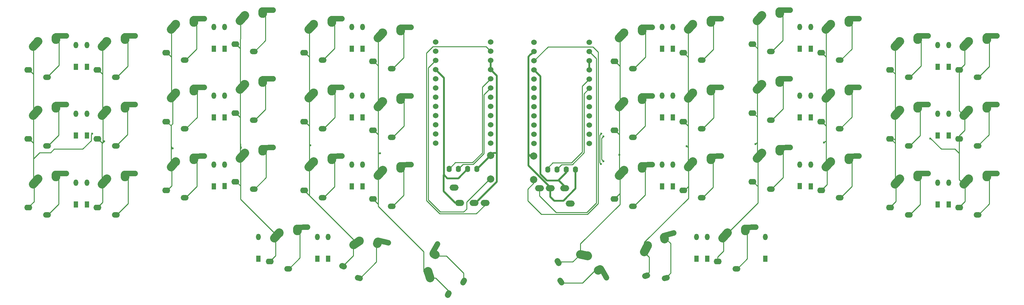
<source format=gtl>
G04 #@! TF.GenerationSoftware,KiCad,Pcbnew,5.1.5+dfsg1-2build2*
G04 #@! TF.CreationDate,2021-07-11T13:37:49+03:00*
G04 #@! TF.ProjectId,corne-light,636f726e-652d-46c6-9967-68742e6b6963,2.0*
G04 #@! TF.SameCoordinates,Original*
G04 #@! TF.FileFunction,Copper,L1,Top*
G04 #@! TF.FilePolarity,Positive*
%FSLAX46Y46*%
G04 Gerber Fmt 4.6, Leading zero omitted, Abs format (unit mm)*
G04 Created by KiCad (PCBNEW 5.1.5+dfsg1-2build2) date 2021-07-11 13:37:49*
%MOMM*%
%LPD*%
G04 APERTURE LIST*
%ADD10O,1.300000X1.778000*%
%ADD11R,1.300000X1.778000*%
%ADD12O,1.397000X1.778000*%
%ADD13O,2.500000X1.700000*%
%ADD14C,2.000000*%
%ADD15C,2.400000*%
%ADD16C,2.400000*%
%ADD17C,1.500000*%
%ADD18C,1.600000*%
%ADD19O,2.400000X2.950000*%
%ADD20O,2.200000X1.600000*%
%ADD21O,2.200000X1.500000*%
%ADD22C,1.524000*%
%ADD23C,0.600000*%
%ADD24C,0.254000*%
%ADD25C,0.250000*%
%ADD26C,0.508000*%
%ADD27C,0.500000*%
G04 APERTURE END LIST*
D10*
X30187500Y-80916875D03*
D11*
X30187500Y-86916875D03*
D10*
X33187500Y-80920000D03*
D11*
X33187500Y-86920000D03*
D10*
X270684847Y-80920432D03*
D11*
X270684847Y-86920432D03*
D10*
X109187500Y-56920000D03*
D11*
X109187500Y-62920000D03*
D10*
X191684847Y-56920432D03*
D11*
X191684847Y-62920432D03*
D10*
X194684847Y-56920432D03*
D11*
X194684847Y-62920432D03*
D10*
X229684847Y-56915432D03*
D11*
X229684847Y-62915432D03*
D10*
X232684847Y-56920432D03*
D11*
X232684847Y-62920432D03*
D10*
X267684847Y-61920432D03*
D11*
X267684847Y-67920432D03*
D10*
X270684847Y-61920432D03*
D11*
X270684847Y-67920432D03*
D10*
X191684847Y-37920432D03*
D11*
X191684847Y-43920432D03*
D10*
X194684847Y-37920432D03*
D11*
X194684847Y-43920432D03*
D10*
X229684847Y-37915432D03*
D11*
X229684847Y-43915432D03*
D10*
X232684847Y-37920432D03*
D11*
X232684847Y-43920432D03*
D10*
X267684847Y-42920432D03*
D11*
X267684847Y-48920432D03*
D10*
X270684847Y-42920432D03*
D11*
X270684847Y-48920432D03*
D10*
X201194847Y-95915432D03*
D11*
X201194847Y-101915432D03*
D10*
X204194847Y-95915432D03*
D11*
X204194847Y-101915432D03*
D10*
X220184847Y-95930432D03*
D11*
X220184847Y-101930432D03*
D10*
X191684847Y-75920432D03*
D11*
X191684847Y-81920432D03*
D10*
X194684847Y-75920432D03*
D11*
X194684847Y-81920432D03*
D10*
X229684847Y-75915432D03*
D11*
X229684847Y-81915432D03*
D10*
X232684847Y-75920432D03*
D11*
X232684847Y-81920432D03*
D10*
X267684847Y-80920432D03*
D11*
X267684847Y-86920432D03*
D10*
X30187500Y-42916875D03*
D11*
X30187500Y-48916875D03*
D10*
X33187500Y-42920000D03*
D11*
X33187500Y-48920000D03*
D10*
X68187500Y-37920000D03*
D11*
X68187500Y-43920000D03*
D10*
X71187500Y-37915000D03*
D11*
X71187500Y-43915000D03*
D10*
X106187500Y-37920000D03*
D11*
X106187500Y-43920000D03*
D10*
X109187500Y-37920000D03*
D11*
X109187500Y-43920000D03*
D10*
X30187500Y-61916875D03*
D11*
X30187500Y-67916875D03*
D10*
X33187500Y-61920000D03*
D11*
X33187500Y-67920000D03*
D10*
X68187500Y-56920000D03*
D11*
X68187500Y-62920000D03*
D10*
X71187500Y-56915000D03*
D11*
X71187500Y-62915000D03*
D10*
X106187500Y-56920000D03*
D11*
X106187500Y-62920000D03*
D10*
X68187500Y-75920000D03*
D11*
X68187500Y-81920000D03*
D10*
X71187500Y-75915000D03*
D11*
X71187500Y-81915000D03*
D10*
X106187500Y-75920000D03*
D11*
X106187500Y-81920000D03*
D10*
X109187500Y-75920000D03*
D11*
X109187500Y-81920000D03*
D10*
X80507500Y-95910000D03*
D11*
X80507500Y-101910000D03*
D10*
X96687500Y-95905000D03*
D11*
X96687500Y-101905000D03*
D10*
X99687500Y-95905000D03*
D11*
X99687500Y-101905000D03*
D12*
X167877500Y-77310000D03*
X165337500Y-77310000D03*
X162797500Y-77310000D03*
X160257500Y-77310000D03*
X140648500Y-77168000D03*
X138108500Y-77168000D03*
X135568500Y-77168000D03*
X133028500Y-77168000D03*
D13*
X166407847Y-86665432D03*
X164907847Y-82465432D03*
X160907847Y-82465432D03*
X157907847Y-82465432D03*
X134414500Y-82332000D03*
X135914500Y-86532000D03*
X139914500Y-86532000D03*
X142914500Y-86532000D03*
D14*
X156374847Y-73567432D03*
X156374847Y-80067432D03*
X144504500Y-73421000D03*
X144504500Y-79921000D03*
D15*
X171199508Y-101145359D02*
X169243212Y-100729535D01*
X174579926Y-104922996D02*
X174103612Y-105197996D01*
D16*
X171148949Y-101130368D03*
D17*
X174947065Y-104653405D02*
X176418927Y-107152129D01*
D18*
X162857348Y-102568894D02*
X163157348Y-103088510D01*
D17*
X163650297Y-107942323D02*
X164000297Y-108548541D01*
D15*
X127211101Y-105408783D02*
X127829135Y-107310897D01*
X128792421Y-100592436D02*
X129268735Y-100867436D01*
D16*
X127223398Y-105460064D03*
D17*
X128375379Y-100409280D02*
X129803407Y-97885248D01*
D18*
X132614999Y-111921538D02*
X132914999Y-111401922D01*
D17*
X136872050Y-108548109D02*
X137222050Y-107941891D01*
D15*
X114725762Y-77508710D02*
X113387500Y-78995000D01*
D19*
X119687500Y-76745000D03*
D16*
X114687500Y-77545000D03*
D17*
X119637597Y-76017252D02*
X122537487Y-75991946D01*
D20*
X112087500Y-85445000D03*
D21*
X117187500Y-87445000D03*
D15*
X200223109Y-56134142D02*
X198884847Y-57620432D01*
D19*
X205184847Y-55370432D03*
D16*
X200184847Y-56170432D03*
D17*
X205134944Y-54642684D02*
X208034834Y-54617378D01*
D20*
X197584847Y-64070432D03*
D21*
X202684847Y-66070432D03*
D15*
X95725762Y-56133710D02*
X94387500Y-57620000D01*
D19*
X100687500Y-55370000D03*
D16*
X95687500Y-56170000D03*
D17*
X100637597Y-54642252D02*
X103537487Y-54616946D01*
D20*
X93087500Y-64070000D03*
D21*
X98187500Y-66070000D03*
D15*
X181223109Y-58509142D02*
X179884847Y-59995432D01*
D19*
X186184847Y-57745432D03*
D16*
X181184847Y-58545432D03*
D17*
X186134944Y-57017684D02*
X189034834Y-56992378D01*
D20*
X178584847Y-66445432D03*
D21*
X183684847Y-68445432D03*
D15*
X187762320Y-98283820D02*
X186854340Y-100065834D01*
X192286155Y-95996310D02*
X192428505Y-96527570D01*
D16*
X187734756Y-98328776D03*
D17*
X192120773Y-95571906D02*
X194915301Y-94796914D01*
D18*
X186978242Y-106710166D02*
X187557798Y-106554874D01*
D17*
X192373805Y-107334981D02*
X193049953Y-107153807D01*
D15*
X38725762Y-60883710D02*
X37387500Y-62370000D01*
D19*
X43687500Y-60120000D03*
D16*
X38687500Y-60920000D03*
D17*
X43637597Y-59392252D02*
X46537487Y-59366946D01*
D20*
X36087500Y-68820000D03*
D21*
X41187500Y-70820000D03*
D15*
X19725762Y-60883710D02*
X18387500Y-62370000D01*
D19*
X24687500Y-60120000D03*
D16*
X19687500Y-60920000D03*
D17*
X24637597Y-59392252D02*
X27537487Y-59366946D01*
D20*
X17087500Y-68820000D03*
D21*
X22187500Y-70820000D03*
D15*
X19725762Y-41883710D02*
X18387500Y-43370000D01*
D19*
X24687500Y-41120000D03*
D16*
X19687500Y-41920000D03*
D17*
X24637597Y-40392252D02*
X27537487Y-40366946D01*
D20*
X17087500Y-49820000D03*
D21*
X22187500Y-51820000D03*
D15*
X38725762Y-41883710D02*
X37387500Y-43370000D01*
D19*
X43687500Y-41120000D03*
D16*
X38687500Y-41920000D03*
D17*
X43637597Y-40392252D02*
X46537487Y-40366946D01*
D20*
X36087500Y-49820000D03*
D21*
X41187500Y-51820000D03*
D15*
X219223109Y-72759142D02*
X217884847Y-74245432D01*
D19*
X224184847Y-71995432D03*
D16*
X219184847Y-72795432D03*
D17*
X224134944Y-71267684D02*
X227034834Y-71242378D01*
D20*
X216584847Y-80695432D03*
D21*
X221684847Y-82695432D03*
D15*
X57725762Y-56133710D02*
X56387500Y-57620000D01*
D19*
X62687500Y-55370000D03*
D16*
X57687500Y-56170000D03*
D17*
X62637597Y-54642252D02*
X65537487Y-54616946D01*
D20*
X55087500Y-64070000D03*
D21*
X60187500Y-66070000D03*
D15*
X200223109Y-37134142D02*
X198884847Y-38620432D01*
D19*
X205184847Y-36370432D03*
D16*
X200184847Y-37170432D03*
D17*
X205134944Y-35642684D02*
X208034834Y-35617378D01*
D20*
X197584847Y-45070432D03*
D21*
X202684847Y-47070432D03*
D15*
X57725762Y-37133710D02*
X56387500Y-38620000D01*
D19*
X62687500Y-36370000D03*
D16*
X57687500Y-37170000D03*
D17*
X62637597Y-35642252D02*
X65537487Y-35616946D01*
D20*
X55087500Y-45070000D03*
D21*
X60187500Y-47070000D03*
D15*
X38725762Y-79883710D02*
X37387500Y-81370000D01*
D19*
X43687500Y-79120000D03*
D16*
X38687500Y-79920000D03*
D17*
X43637597Y-78392252D02*
X46537487Y-78366946D01*
D20*
X36087500Y-87820000D03*
D21*
X41187500Y-89820000D03*
D15*
X181223109Y-39509142D02*
X179884847Y-40995432D01*
D19*
X186184847Y-38745432D03*
D16*
X181184847Y-39545432D03*
D17*
X186134944Y-38017684D02*
X189034834Y-37992378D01*
D20*
X178584847Y-47445432D03*
D21*
X183684847Y-49445432D03*
D15*
X114725762Y-58508710D02*
X113387500Y-59995000D01*
D19*
X119687500Y-57745000D03*
D16*
X114687500Y-58545000D03*
D17*
X119637597Y-57017252D02*
X122537487Y-56991946D01*
D20*
X112087500Y-66445000D03*
D21*
X117187500Y-68445000D03*
D15*
X108354312Y-97009099D02*
X106676970Y-98098377D01*
X113415821Y-97289974D02*
X113273471Y-97821234D01*
D16*
X108307962Y-97034249D03*
D17*
X113484799Y-96839738D02*
X116292427Y-97565840D01*
D18*
X103462106Y-103914488D02*
X104041662Y-104069780D01*
D17*
X107822394Y-107153375D02*
X108498542Y-107334549D01*
D15*
X76725762Y-53758710D02*
X75387500Y-55245000D01*
D19*
X81687500Y-52995000D03*
D16*
X76687500Y-53795000D03*
D17*
X81637597Y-52267252D02*
X84537487Y-52241946D01*
D20*
X74087500Y-61695000D03*
D21*
X79187500Y-63695000D03*
D15*
X57725762Y-75133710D02*
X56387500Y-76620000D01*
D19*
X62687500Y-74370000D03*
D16*
X57687500Y-75170000D03*
D17*
X62637597Y-73642252D02*
X65537487Y-73616946D01*
D20*
X55087500Y-83070000D03*
D21*
X60187500Y-85070000D03*
D15*
X76725762Y-72758710D02*
X75387500Y-74245000D01*
D19*
X81687500Y-71995000D03*
D16*
X76687500Y-72795000D03*
D17*
X81637597Y-71267252D02*
X84537487Y-71241946D01*
D20*
X74087500Y-80695000D03*
D21*
X79187500Y-82695000D03*
D15*
X95725762Y-75133710D02*
X94387500Y-76620000D01*
D19*
X100687500Y-74370000D03*
D16*
X95687500Y-75170000D03*
D17*
X100637597Y-73642252D02*
X103537487Y-73616946D01*
D20*
X93087500Y-83070000D03*
D21*
X98187500Y-85070000D03*
D15*
X86225762Y-94758710D02*
X84887500Y-96245000D01*
D19*
X91187500Y-93995000D03*
D16*
X86187500Y-94795000D03*
D17*
X91137597Y-93267252D02*
X94037487Y-93241946D01*
D20*
X83587500Y-102695000D03*
D21*
X88687500Y-104695000D03*
D15*
X19725762Y-79883710D02*
X18387500Y-81370000D01*
D19*
X24687500Y-79120000D03*
D16*
X19687500Y-79920000D03*
D17*
X24637597Y-78392252D02*
X27537487Y-78366946D01*
D20*
X17087500Y-87820000D03*
D21*
X22187500Y-89820000D03*
D15*
X181223109Y-77509142D02*
X179884847Y-78995432D01*
D19*
X186184847Y-76745432D03*
D16*
X181184847Y-77545432D03*
D17*
X186134944Y-76017684D02*
X189034834Y-75992378D01*
D20*
X178584847Y-85445432D03*
D21*
X183684847Y-87445432D03*
D15*
X276223109Y-60884142D02*
X274884847Y-62370432D01*
D19*
X281184847Y-60120432D03*
D16*
X276184847Y-60920432D03*
D17*
X281134944Y-59392684D02*
X284034834Y-59367378D01*
D20*
X273584847Y-68820432D03*
D21*
X278684847Y-70820432D03*
D15*
X257223109Y-41884142D02*
X255884847Y-43370432D01*
D19*
X262184847Y-41120432D03*
D16*
X257184847Y-41920432D03*
D17*
X262134944Y-40392684D02*
X265034834Y-40367378D01*
D20*
X254584847Y-49820432D03*
D21*
X259684847Y-51820432D03*
D15*
X209723109Y-94759142D02*
X208384847Y-96245432D01*
D19*
X214684847Y-93995432D03*
D16*
X209684847Y-94795432D03*
D17*
X214634944Y-93267684D02*
X217534834Y-93242378D01*
D20*
X207084847Y-102695432D03*
D21*
X212184847Y-104695432D03*
D15*
X200223109Y-75134142D02*
X198884847Y-76620432D01*
D19*
X205184847Y-74370432D03*
D16*
X200184847Y-75170432D03*
D17*
X205134944Y-73642684D02*
X208034834Y-73617378D01*
D20*
X197584847Y-83070432D03*
D21*
X202684847Y-85070432D03*
D15*
X238223109Y-75134142D02*
X236884847Y-76620432D01*
D19*
X243184847Y-74370432D03*
D16*
X238184847Y-75170432D03*
D17*
X243134944Y-73642684D02*
X246034834Y-73617378D01*
D20*
X235584847Y-83070432D03*
D21*
X240684847Y-85070432D03*
D15*
X257223109Y-79884142D02*
X255884847Y-81370432D01*
D19*
X262184847Y-79120432D03*
D16*
X257184847Y-79920432D03*
D17*
X262134944Y-78392684D02*
X265034834Y-78367378D01*
D20*
X254584847Y-87820432D03*
D21*
X259684847Y-89820432D03*
D15*
X276223109Y-79884142D02*
X274884847Y-81370432D01*
D19*
X281184847Y-79120432D03*
D16*
X276184847Y-79920432D03*
D17*
X281134944Y-78392684D02*
X284034834Y-78367378D01*
D20*
X273584847Y-87820432D03*
D21*
X278684847Y-89820432D03*
D15*
X219223109Y-53759142D02*
X217884847Y-55245432D01*
D19*
X224184847Y-52995432D03*
D16*
X219184847Y-53795432D03*
D17*
X224134944Y-52267684D02*
X227034834Y-52242378D01*
D20*
X216584847Y-61695432D03*
D21*
X221684847Y-63695432D03*
D15*
X238223109Y-56134142D02*
X236884847Y-57620432D01*
D19*
X243184847Y-55370432D03*
D16*
X238184847Y-56170432D03*
D17*
X243134944Y-54642684D02*
X246034834Y-54617378D01*
D20*
X235584847Y-64070432D03*
D21*
X240684847Y-66070432D03*
D15*
X257223109Y-60884142D02*
X255884847Y-62370432D01*
D19*
X262184847Y-60120432D03*
D16*
X257184847Y-60920432D03*
D17*
X262134944Y-59392684D02*
X265034834Y-59367378D01*
D20*
X254584847Y-68820432D03*
D21*
X259684847Y-70820432D03*
D15*
X219223109Y-34759142D02*
X217884847Y-36245432D01*
D19*
X224184847Y-33995432D03*
D16*
X219184847Y-34795432D03*
D17*
X224134944Y-33267684D02*
X227034834Y-33242378D01*
D20*
X216584847Y-42695432D03*
D21*
X221684847Y-44695432D03*
D15*
X238223109Y-37134142D02*
X236884847Y-38620432D01*
D19*
X243184847Y-36370432D03*
D16*
X238184847Y-37170432D03*
D17*
X243134944Y-35642684D02*
X246034834Y-35617378D01*
D20*
X235584847Y-45070432D03*
D21*
X240684847Y-47070432D03*
D15*
X276223109Y-41884142D02*
X274884847Y-43370432D01*
D19*
X281184847Y-41120432D03*
D16*
X276184847Y-41920432D03*
D17*
X281134944Y-40392684D02*
X284034834Y-40367378D01*
D20*
X273584847Y-49820432D03*
D21*
X278684847Y-51820432D03*
D15*
X76725762Y-34758710D02*
X75387500Y-36245000D01*
D19*
X81687500Y-33995000D03*
D16*
X76687500Y-34795000D03*
D17*
X81637597Y-33267252D02*
X84537487Y-33241946D01*
D20*
X74087500Y-42695000D03*
D21*
X79187500Y-44695000D03*
D15*
X95725762Y-37133710D02*
X94387500Y-38620000D01*
D19*
X100687500Y-36370000D03*
D16*
X95687500Y-37170000D03*
D17*
X100637597Y-35642252D02*
X103537487Y-35616946D01*
D20*
X93087500Y-45070000D03*
D21*
X98187500Y-47070000D03*
D15*
X114725762Y-39508710D02*
X113387500Y-40995000D01*
D19*
X119687500Y-38745000D03*
D16*
X114687500Y-39545000D03*
D17*
X119637597Y-38017252D02*
X122537487Y-37991946D01*
D20*
X112087500Y-47445000D03*
D21*
X117187500Y-49445000D03*
D22*
X156454247Y-42208432D03*
X156454247Y-44748432D03*
X156454247Y-47288432D03*
X156454247Y-49828432D03*
X156454247Y-52368432D03*
X156454247Y-54908432D03*
X156454247Y-57448432D03*
X156454247Y-59988432D03*
X156454247Y-62528432D03*
X156454247Y-65068432D03*
X156454247Y-67608432D03*
X156454247Y-70148432D03*
X171674247Y-70148432D03*
X171674247Y-67608432D03*
X171674247Y-65068432D03*
X171674247Y-62528432D03*
X171674247Y-59988432D03*
X171674247Y-57448432D03*
X171674247Y-54908432D03*
X171674247Y-52368432D03*
X171674247Y-49828432D03*
X171674247Y-47288432D03*
X171674247Y-44748432D03*
X171674247Y-42208432D03*
X129283900Y-42082000D03*
X129283900Y-44622000D03*
X129283900Y-47162000D03*
X129283900Y-49702000D03*
X129283900Y-52242000D03*
X129283900Y-54782000D03*
X129283900Y-57322000D03*
X129283900Y-59862000D03*
X129283900Y-62402000D03*
X129283900Y-64942000D03*
X129283900Y-67482000D03*
X129283900Y-70022000D03*
X144503900Y-70022000D03*
X144503900Y-67482000D03*
X144503900Y-64942000D03*
X144503900Y-62402000D03*
X144503900Y-59862000D03*
X144503900Y-57322000D03*
X144503900Y-54782000D03*
X144503900Y-52242000D03*
X144503900Y-49702000D03*
X144503900Y-47162000D03*
X144503900Y-44622000D03*
X144503900Y-42082000D03*
D23*
X34697500Y-67410000D03*
X37984500Y-69494000D03*
X56884500Y-71461010D03*
X75637500Y-71190000D03*
X94797500Y-70620000D03*
X113984500Y-72835062D03*
X175514847Y-75010432D03*
X175514847Y-68200433D03*
X174894847Y-75770432D03*
X174964847Y-67370432D03*
X265644847Y-68717442D03*
X236382717Y-69847442D03*
X217444847Y-70301453D03*
X198523797Y-70834414D03*
X179944847Y-73240420D03*
D24*
X24727500Y-40840000D02*
X25055750Y-41168250D01*
D25*
X22187500Y-51791000D02*
X22187500Y-51820000D01*
X25494500Y-48484000D02*
X22187500Y-51791000D01*
X25494500Y-41607000D02*
X25494500Y-48484000D01*
X24727500Y-40840000D02*
X25494500Y-41607000D01*
D24*
X44055750Y-41168250D02*
X43727500Y-40840000D01*
D25*
X41437500Y-51820000D02*
X41187500Y-51820000D01*
X44494500Y-41607000D02*
X44494500Y-48763000D01*
X44494500Y-48763000D02*
X41437500Y-51820000D01*
X43727500Y-40840000D02*
X44494500Y-41607000D01*
D24*
X62727500Y-36090000D02*
X63055750Y-36418250D01*
D25*
X60437500Y-47070000D02*
X60187500Y-47070000D01*
X63464500Y-44043000D02*
X60437500Y-47070000D01*
X63464500Y-36827000D02*
X63464500Y-44043000D01*
X62727500Y-36090000D02*
X63464500Y-36827000D01*
D24*
X81727500Y-33715000D02*
X82055750Y-34043250D01*
D25*
X79437500Y-44695000D02*
X79187500Y-44695000D01*
X82454500Y-41678000D02*
X79437500Y-44695000D01*
X82454500Y-34442000D02*
X82454500Y-41678000D01*
X81727500Y-33715000D02*
X82454500Y-34442000D01*
D24*
X100727500Y-36090000D02*
X101055750Y-36418250D01*
D25*
X101484500Y-43834000D02*
X98248500Y-47070000D01*
X98248500Y-47070000D02*
X98187500Y-47070000D01*
X101484500Y-36847000D02*
X101484500Y-43834000D01*
X100727500Y-36090000D02*
X101484500Y-36847000D01*
D24*
X119727500Y-38465000D02*
X120055750Y-38793250D01*
D25*
X117437500Y-49445000D02*
X117187500Y-49445000D01*
X120484500Y-46398000D02*
X117437500Y-49445000D01*
X120484500Y-39222000D02*
X120484500Y-46398000D01*
X119727500Y-38465000D02*
X120484500Y-39222000D01*
D24*
X25055750Y-60168250D02*
X24727500Y-59840000D01*
D25*
X22437500Y-70820000D02*
X22187500Y-70820000D01*
X25464500Y-67793000D02*
X22437500Y-70820000D01*
X25464500Y-60577000D02*
X25464500Y-67793000D01*
X24727500Y-59840000D02*
X25464500Y-60577000D01*
D24*
X43727500Y-59840000D02*
X44055750Y-60168250D01*
D25*
X41298500Y-70820000D02*
X41187500Y-70820000D01*
X44444500Y-67674000D02*
X41298500Y-70820000D01*
X44444500Y-60557000D02*
X44444500Y-67674000D01*
X43727500Y-59840000D02*
X44444500Y-60557000D01*
D24*
X62727500Y-55090000D02*
X63055750Y-55418250D01*
D25*
X60437500Y-66070000D02*
X60187500Y-66070000D01*
X63604500Y-62903000D02*
X60437500Y-66070000D01*
X63604500Y-55967000D02*
X63604500Y-62903000D01*
X62727500Y-55090000D02*
X63604500Y-55967000D01*
D24*
X81727500Y-52715000D02*
X82055750Y-53043250D01*
D25*
X82444500Y-60688000D02*
X79437500Y-63695000D01*
X79437500Y-63695000D02*
X79187500Y-63695000D01*
X82444500Y-53432000D02*
X82444500Y-60688000D01*
X81727500Y-52715000D02*
X82444500Y-53432000D01*
D24*
X100727500Y-55090000D02*
X101055750Y-55418250D01*
D25*
X98437500Y-66070000D02*
X98187500Y-66070000D01*
X101564500Y-62943000D02*
X98437500Y-66070000D01*
X101564500Y-55927000D02*
X101564500Y-62943000D01*
X100727500Y-55090000D02*
X101564500Y-55927000D01*
D24*
X119727500Y-57465000D02*
X120055750Y-57793250D01*
D25*
X117437500Y-68445000D02*
X117187500Y-68445000D01*
X120604500Y-65278000D02*
X117437500Y-68445000D01*
X120604500Y-58342000D02*
X120604500Y-65278000D01*
X119727500Y-57465000D02*
X120604500Y-58342000D01*
D24*
X24727500Y-78840000D02*
X25055750Y-79168250D01*
D25*
X22437500Y-89820000D02*
X22187500Y-89820000D01*
X25424500Y-86833000D02*
X22437500Y-89820000D01*
X25424500Y-79537000D02*
X25424500Y-86833000D01*
X24727500Y-78840000D02*
X25424500Y-79537000D01*
D24*
X43727500Y-78840000D02*
X44055750Y-79168250D01*
D25*
X41437500Y-89820000D02*
X41187500Y-89820000D01*
X44534500Y-86723000D02*
X41437500Y-89820000D01*
X44534500Y-79647000D02*
X44534500Y-86723000D01*
X43727500Y-78840000D02*
X44534500Y-79647000D01*
D24*
X62727500Y-74090000D02*
X63055750Y-74418250D01*
D25*
X60437500Y-85070000D02*
X60187500Y-85070000D01*
X63534500Y-81973000D02*
X60437500Y-85070000D01*
X63534500Y-74897000D02*
X63534500Y-81973000D01*
X62727500Y-74090000D02*
X63534500Y-74897000D01*
D24*
X81727500Y-71715000D02*
X82055750Y-72043250D01*
D25*
X79437500Y-82695000D02*
X79187500Y-82695000D01*
X82584500Y-79548000D02*
X79437500Y-82695000D01*
X82584500Y-72572000D02*
X82584500Y-79548000D01*
X81727500Y-71715000D02*
X82584500Y-72572000D01*
D24*
X100727500Y-74090000D02*
X101055750Y-74418250D01*
D25*
X98437500Y-85070000D02*
X98187500Y-85070000D01*
X101484500Y-82023000D02*
X98437500Y-85070000D01*
X101484500Y-74847000D02*
X101484500Y-82023000D01*
X100727500Y-74090000D02*
X101484500Y-74847000D01*
D24*
X119727500Y-76465000D02*
X120055750Y-76793250D01*
D25*
X117437500Y-87445000D02*
X117187500Y-87445000D01*
X120494500Y-77232000D02*
X120494500Y-84388000D01*
X120494500Y-84388000D02*
X117437500Y-87445000D01*
X119727500Y-76465000D02*
X120494500Y-77232000D01*
D24*
X91227500Y-93715000D02*
X91555750Y-94043250D01*
D25*
X91914500Y-101718000D02*
X88937500Y-104695000D01*
X88937500Y-104695000D02*
X88687500Y-104695000D01*
X91914500Y-94402000D02*
X91914500Y-101718000D01*
X91227500Y-93715000D02*
X91914500Y-94402000D01*
X108584538Y-107243962D02*
X108160468Y-107243962D01*
X113004500Y-102824000D02*
X108584538Y-107243962D01*
X113004500Y-97746749D02*
X113004500Y-102824000D01*
X113455752Y-97295497D02*
X113004500Y-97746749D01*
X137047050Y-105926550D02*
X137047050Y-108245000D01*
X132284500Y-101164000D02*
X137047050Y-105926550D01*
X129416796Y-101164000D02*
X132284500Y-101164000D01*
X128808091Y-100555295D02*
X129416796Y-101164000D01*
D26*
X144503900Y-47162000D02*
X144503900Y-49702000D01*
X146214500Y-51412600D02*
X146214500Y-72711000D01*
X144503900Y-49702000D02*
X146214500Y-51412600D01*
X140757500Y-77168000D02*
X140648500Y-77168000D01*
X144504500Y-73421000D02*
X140757500Y-77168000D01*
X145214500Y-72711000D02*
X144504500Y-73421000D01*
X146214500Y-72711000D02*
X145214500Y-72711000D01*
X140382500Y-86532000D02*
X140648500Y-86798000D01*
X140336500Y-86532000D02*
X140382500Y-86532000D01*
X146214500Y-80654000D02*
X140336500Y-86532000D01*
X146214500Y-72711000D02*
X146214500Y-80654000D01*
X130499901Y-50918001D02*
X130548501Y-50918001D01*
X129283900Y-49702000D02*
X130499901Y-50918001D01*
X130548501Y-50918001D02*
X131584500Y-51954000D01*
X131584500Y-51954000D02*
X131584500Y-78754000D01*
X135552500Y-79724000D02*
X138108500Y-77168000D01*
X132554500Y-79724000D02*
X135552500Y-79724000D01*
X131584500Y-78754000D02*
X132554500Y-79724000D01*
X131544500Y-78794000D02*
X131584500Y-78754000D01*
X131544500Y-83314000D02*
X131544500Y-78794000D01*
X134762500Y-86532000D02*
X131544500Y-83314000D01*
X135914500Y-86532000D02*
X134762500Y-86532000D01*
D24*
X18377500Y-81380000D02*
X18524500Y-81527000D01*
X18524500Y-62233000D02*
X18377500Y-62380000D01*
X18377500Y-43380000D02*
X18524500Y-43527000D01*
X18534500Y-72474000D02*
X18534500Y-68844000D01*
X18534500Y-81223000D02*
X18377500Y-81380000D01*
X18377500Y-62380000D02*
X18534500Y-62537000D01*
D25*
X17330500Y-49820000D02*
X18524500Y-51014000D01*
X17087500Y-49820000D02*
X17330500Y-49820000D01*
D24*
X18524500Y-51014000D02*
X18524500Y-62233000D01*
X18524500Y-43527000D02*
X18524500Y-51014000D01*
D25*
X17330500Y-68820000D02*
X18534500Y-70024000D01*
X17087500Y-68820000D02*
X17330500Y-68820000D01*
D24*
X18534500Y-70024000D02*
X18534500Y-81223000D01*
X18534500Y-62537000D02*
X18534500Y-70024000D01*
D25*
X18674500Y-81677000D02*
X18377500Y-81380000D01*
X18674500Y-86174000D02*
X18674500Y-81677000D01*
X17087500Y-87761000D02*
X18674500Y-86174000D01*
X17087500Y-87820000D02*
X17087500Y-87761000D01*
X18534500Y-74323000D02*
X18534500Y-74372000D01*
X24197500Y-71660000D02*
X23197500Y-72660000D01*
X23197500Y-72660000D02*
X20197500Y-72660000D01*
X34397501Y-69334999D02*
X32072500Y-71660000D01*
X34397501Y-67709999D02*
X34397501Y-69334999D01*
X20197500Y-72660000D02*
X18534500Y-74323000D01*
X32072500Y-71660000D02*
X24197500Y-71660000D01*
X34697500Y-67410000D02*
X34397501Y-67709999D01*
D24*
X37377500Y-81380000D02*
X37524500Y-81527000D01*
X37524500Y-62233000D02*
X37377500Y-62380000D01*
X37377500Y-43380000D02*
X37524500Y-43527000D01*
X37384500Y-81373000D02*
X37384500Y-73094000D01*
X37377500Y-81380000D02*
X37384500Y-81373000D01*
X37384500Y-73094000D02*
X37384500Y-70094000D01*
X37384500Y-70094000D02*
X37684501Y-69793999D01*
X37684501Y-69793999D02*
X37984500Y-69494000D01*
D25*
X36280500Y-68820000D02*
X37384500Y-69924000D01*
X36087500Y-68820000D02*
X36280500Y-68820000D01*
D24*
X37384500Y-69924000D02*
X37384500Y-73094000D01*
D25*
X36380500Y-49820000D02*
X37524500Y-50964000D01*
X36087500Y-49820000D02*
X36380500Y-49820000D01*
D24*
X37524500Y-50964000D02*
X37524500Y-62233000D01*
X37524500Y-43527000D02*
X37524500Y-50964000D01*
D25*
X37544500Y-81547000D02*
X37377500Y-81380000D01*
X37544500Y-86363000D02*
X37544500Y-81547000D01*
X36087500Y-87820000D02*
X37544500Y-86363000D01*
D24*
X37614500Y-69694000D02*
X37384500Y-69924000D01*
X37614500Y-62617000D02*
X37614500Y-69694000D01*
X37377500Y-62380000D02*
X37614500Y-62617000D01*
X56377500Y-76630000D02*
X56524500Y-76777000D01*
X56524500Y-57483000D02*
X56377500Y-57630000D01*
X56377500Y-38630000D02*
X56524500Y-38777000D01*
X56384500Y-76623000D02*
X56377500Y-76630000D01*
X56384500Y-69294000D02*
X56384500Y-76623000D01*
D25*
X55087500Y-45070000D02*
X55360500Y-45070000D01*
X55360500Y-45070000D02*
X56524500Y-46234000D01*
D24*
X56524500Y-46234000D02*
X56524500Y-57483000D01*
X56524500Y-38777000D02*
X56524500Y-46234000D01*
X56384500Y-70961010D02*
X56584501Y-71161011D01*
X56584501Y-71161011D02*
X56884500Y-71461010D01*
X56384500Y-69294000D02*
X56384500Y-70961010D01*
X56384500Y-65264000D02*
X56384500Y-69065500D01*
X56384500Y-69065500D02*
X56384500Y-69294000D01*
D25*
X56384500Y-65204000D02*
X56384500Y-65264000D01*
X55250500Y-64070000D02*
X56384500Y-65204000D01*
X55087500Y-64070000D02*
X55250500Y-64070000D01*
D24*
X56384500Y-65104000D02*
X56384500Y-65264000D01*
X56854500Y-64634000D02*
X56384500Y-65104000D01*
X56854500Y-58107000D02*
X56854500Y-64634000D01*
X56377500Y-57630000D02*
X56854500Y-58107000D01*
D25*
X56634500Y-76887000D02*
X56377500Y-76630000D01*
X56634500Y-81773000D02*
X56634500Y-76887000D01*
X55337500Y-83070000D02*
X56634500Y-81773000D01*
X55087500Y-83070000D02*
X55337500Y-83070000D01*
D24*
X84877500Y-96255000D02*
X85024500Y-96402000D01*
X75377500Y-74255000D02*
X75524500Y-74402000D01*
X75484500Y-55148000D02*
X75377500Y-55255000D01*
X75524500Y-36402000D02*
X75524500Y-41258000D01*
X75524500Y-41258000D02*
X75484500Y-41298000D01*
X75377500Y-36255000D02*
X75524500Y-36402000D01*
X75377500Y-55255000D02*
X75524500Y-55402000D01*
X75484500Y-74148000D02*
X75377500Y-74255000D01*
X75377500Y-55255000D02*
X75484500Y-55362000D01*
D25*
X74325500Y-42695000D02*
X75484500Y-43854000D01*
X74087500Y-42695000D02*
X74325500Y-42695000D01*
D24*
X75484500Y-43854000D02*
X75484500Y-55148000D01*
X75484500Y-41298000D02*
X75484500Y-43854000D01*
D25*
X74265500Y-61695000D02*
X75484500Y-62914000D01*
X74087500Y-61695000D02*
X74265500Y-61695000D01*
D24*
X75484500Y-62914000D02*
X75484500Y-74148000D01*
X75484500Y-55362000D02*
X75484500Y-62914000D01*
D25*
X74395500Y-80695000D02*
X75524500Y-81824000D01*
X74087500Y-80695000D02*
X74395500Y-80695000D01*
D24*
X75524500Y-74402000D02*
X75524500Y-81824000D01*
D25*
X85174500Y-96552000D02*
X84877500Y-96255000D01*
X85174500Y-101108000D02*
X85174500Y-96552000D01*
X83587500Y-102695000D02*
X85174500Y-101108000D01*
D24*
X84877500Y-94842000D02*
X84877500Y-96255000D01*
X75524500Y-85489000D02*
X84877500Y-94842000D01*
X75524500Y-81824000D02*
X75524500Y-85489000D01*
X75584501Y-71557011D02*
X75584501Y-70194001D01*
X75613110Y-71585620D02*
X75584501Y-71557011D01*
X75637500Y-71190000D02*
X75613110Y-71585620D01*
X106664723Y-96647223D02*
X106664723Y-98105448D01*
X94524500Y-84507000D02*
X106664723Y-96647223D01*
X94377500Y-76630000D02*
X94524500Y-76777000D01*
X94484500Y-76523000D02*
X94377500Y-76630000D01*
X94377500Y-57630000D02*
X94524500Y-57777000D01*
X94524500Y-57483000D02*
X94377500Y-57630000D01*
X94377500Y-38630000D02*
X94524500Y-38777000D01*
X94534500Y-76473000D02*
X94377500Y-76630000D01*
X94377500Y-57630000D02*
X94534500Y-57787000D01*
D25*
X106664723Y-101079295D02*
X103751884Y-103992134D01*
X106664723Y-98105448D02*
X106664723Y-101079295D01*
D24*
X94524500Y-84494000D02*
X94524500Y-84507000D01*
X94524500Y-76777000D02*
X94524500Y-84494000D01*
D25*
X94494500Y-84494000D02*
X94524500Y-84494000D01*
X93087500Y-83087000D02*
X94494500Y-84494000D01*
X93087500Y-83070000D02*
X93087500Y-83087000D01*
X93360500Y-45070000D02*
X94524500Y-46234000D01*
X93087500Y-45070000D02*
X93360500Y-45070000D01*
D24*
X94524500Y-46234000D02*
X94524500Y-57483000D01*
X94524500Y-38777000D02*
X94524500Y-46234000D01*
D25*
X93087500Y-64070000D02*
X93330500Y-64070000D01*
X93330500Y-64070000D02*
X94534500Y-65274000D01*
D24*
X94534500Y-65274000D02*
X94534500Y-76473000D01*
X94534500Y-57787000D02*
X94534500Y-65274000D01*
X94721500Y-70620000D02*
X94797500Y-70620000D01*
X94534500Y-70807000D02*
X94721500Y-70620000D01*
X94534500Y-71774000D02*
X94534500Y-70807000D01*
X113524500Y-79152000D02*
X113524500Y-86882000D01*
X113377500Y-79005000D02*
X113524500Y-79152000D01*
X113524500Y-59858000D02*
X113377500Y-60005000D01*
X113377500Y-41005000D02*
X113524500Y-41152000D01*
X113524500Y-78858000D02*
X113377500Y-79005000D01*
X113377500Y-60005000D02*
X113524500Y-60152000D01*
D25*
X113524500Y-86882000D02*
X112087500Y-85445000D01*
X112087500Y-47445000D02*
X112305500Y-47445000D01*
X112305500Y-47445000D02*
X113524500Y-48664000D01*
D24*
X113524500Y-48664000D02*
X113524500Y-59858000D01*
X113524500Y-41152000D02*
X113524500Y-48664000D01*
D25*
X112087500Y-66445000D02*
X112285500Y-66445000D01*
X113464500Y-67624000D02*
X113524500Y-67624000D01*
X112285500Y-66445000D02*
X113464500Y-67624000D01*
D24*
X113524500Y-67624000D02*
X113524500Y-78858000D01*
X113524500Y-60152000D02*
X113524500Y-67624000D01*
X113560236Y-72835062D02*
X113984500Y-72835062D01*
X113524500Y-72870798D02*
X113560236Y-72835062D01*
X113524500Y-72934000D02*
X113524500Y-72870798D01*
D25*
X132764999Y-110714499D02*
X132764999Y-111661730D01*
X129344500Y-107294000D02*
X132764999Y-110714499D01*
X127863352Y-107294000D02*
X129344500Y-107294000D01*
X127832795Y-107324557D02*
X127863352Y-107294000D01*
D24*
X125984500Y-105476262D02*
X127832795Y-107324557D01*
X125984500Y-104704000D02*
X125984500Y-105476262D01*
D25*
X113524500Y-87504000D02*
X113524500Y-86882000D01*
X125984500Y-99964000D02*
X113524500Y-87504000D01*
X125984500Y-104704000D02*
X125984500Y-99964000D01*
D24*
X142914500Y-87132000D02*
X142914500Y-86532000D01*
X140522500Y-89524000D02*
X142914500Y-87132000D01*
X126824500Y-85894000D02*
X130454500Y-89524000D01*
X130454500Y-89524000D02*
X140522500Y-89524000D01*
X126824500Y-45124000D02*
X126824500Y-85894000D01*
X128594500Y-43354000D02*
X126824500Y-45124000D01*
X143235900Y-43354000D02*
X128594500Y-43354000D01*
X144503900Y-44622000D02*
X143235900Y-43354000D01*
X144217500Y-79921000D02*
X144504500Y-79921000D01*
X137834500Y-86304000D02*
X144217500Y-79921000D01*
X127278510Y-85705944D02*
X130586566Y-89014000D01*
X130586566Y-89014000D02*
X137024500Y-89014000D01*
X137834500Y-88204000D02*
X137834500Y-86304000D01*
X129283900Y-47162000D02*
X127278510Y-49167390D01*
X127278510Y-49167390D02*
X127278510Y-85705944D01*
X137024500Y-89014000D02*
X137834500Y-88204000D01*
X136266999Y-76469501D02*
X135568500Y-77168000D01*
X144503900Y-54782000D02*
X142638511Y-56647389D01*
X136888489Y-75848011D02*
X136266999Y-76469501D01*
X142638510Y-72882058D02*
X139672557Y-75848011D01*
X139672557Y-75848011D02*
X136888489Y-75848011D01*
X142638511Y-56647389D02*
X142638510Y-72882058D01*
X139484500Y-75394000D02*
X134784500Y-75394000D01*
X134784500Y-75394000D02*
X133028500Y-77150000D01*
X142184500Y-54561400D02*
X142184500Y-72694000D01*
X142184500Y-72694000D02*
X139484500Y-75394000D01*
X133028500Y-77150000D02*
X133028500Y-77168000D01*
X144503900Y-52242000D02*
X142184500Y-54561400D01*
X281224847Y-40840432D02*
X281653597Y-41269182D01*
D25*
X278934847Y-51820432D02*
X278684847Y-51820432D01*
X281934847Y-48820432D02*
X278934847Y-51820432D01*
X281934847Y-41550432D02*
X281934847Y-48820432D01*
X281224847Y-40840432D02*
X281934847Y-41550432D01*
D24*
X262224847Y-40840432D02*
X262653597Y-41269182D01*
D25*
X259934847Y-51820432D02*
X259684847Y-51820432D01*
X263074847Y-48680432D02*
X259934847Y-51820432D01*
X263074847Y-41690432D02*
X263074847Y-48680432D01*
X262224847Y-40840432D02*
X263074847Y-41690432D01*
D24*
X243224847Y-36090432D02*
X243653597Y-36519182D01*
D25*
X240934847Y-47070432D02*
X240684847Y-47070432D01*
X244014847Y-43990432D02*
X240934847Y-47070432D01*
X244014847Y-36880432D02*
X244014847Y-43990432D01*
X243224847Y-36090432D02*
X244014847Y-36880432D01*
D24*
X224224847Y-33715432D02*
X224653597Y-34144182D01*
D25*
X224994847Y-41635432D02*
X221934847Y-44695432D01*
X224994847Y-34485432D02*
X224994847Y-41635432D01*
X221934847Y-44695432D02*
X221684847Y-44695432D01*
X224224847Y-33715432D02*
X224994847Y-34485432D01*
D24*
X205224847Y-36090432D02*
X205653597Y-36519182D01*
D25*
X202934847Y-47070432D02*
X202684847Y-47070432D01*
X205874847Y-44130432D02*
X202934847Y-47070432D01*
X205874847Y-36740432D02*
X205874847Y-44130432D01*
X205224847Y-36090432D02*
X205874847Y-36740432D01*
D24*
X186224847Y-38465432D02*
X186653597Y-38894182D01*
D25*
X187184847Y-46195432D02*
X183934847Y-49445432D01*
X187184847Y-39425432D02*
X187184847Y-46195432D01*
X183934847Y-49445432D02*
X183684847Y-49445432D01*
X186224847Y-38465432D02*
X187184847Y-39425432D01*
D24*
X281224847Y-59840432D02*
X281653597Y-60269182D01*
D25*
X278714847Y-70820432D02*
X278684847Y-70820432D01*
X281824847Y-67710432D02*
X278714847Y-70820432D01*
X281824847Y-60440432D02*
X281824847Y-67710432D01*
X281224847Y-59840432D02*
X281824847Y-60440432D01*
D24*
X262224847Y-59840432D02*
X262653597Y-60269182D01*
D25*
X262864847Y-67890432D02*
X259934847Y-70820432D01*
X262864847Y-60480432D02*
X262864847Y-67890432D01*
X259934847Y-70820432D02*
X259684847Y-70820432D01*
X262224847Y-59840432D02*
X262864847Y-60480432D01*
D24*
X243224847Y-55090432D02*
X243653597Y-55519182D01*
D25*
X244014847Y-62820432D02*
X240764847Y-66070432D01*
X240764847Y-66070432D02*
X240684847Y-66070432D01*
X244014847Y-55880432D02*
X244014847Y-62820432D01*
X243224847Y-55090432D02*
X244014847Y-55880432D01*
D24*
X224224847Y-52715432D02*
X224653597Y-53144182D01*
D25*
X225054847Y-53545432D02*
X225054847Y-60575432D01*
X221934847Y-63695432D02*
X221684847Y-63695432D01*
X225054847Y-60575432D02*
X221934847Y-63695432D01*
X224224847Y-52715432D02*
X225054847Y-53545432D01*
D24*
X205224847Y-55090432D02*
X205653597Y-55519182D01*
D25*
X202934847Y-66070432D02*
X202684847Y-66070432D01*
X205984847Y-63020432D02*
X202934847Y-66070432D01*
X205984847Y-55850432D02*
X205984847Y-63020432D01*
X205224847Y-55090432D02*
X205984847Y-55850432D01*
D24*
X186224847Y-57465432D02*
X186653597Y-57894182D01*
D25*
X183934847Y-68445432D02*
X183684847Y-68445432D01*
X187074847Y-58315432D02*
X187074847Y-65305432D01*
X187074847Y-65305432D02*
X183934847Y-68445432D01*
X186224847Y-57465432D02*
X187074847Y-58315432D01*
D24*
X175034847Y-68680433D02*
X175514847Y-68200433D01*
X175034847Y-74530432D02*
X175034847Y-68680433D01*
X175514847Y-75010432D02*
X175034847Y-74530432D01*
X281224847Y-78840432D02*
X281653597Y-79269182D01*
D25*
X278934847Y-89820432D02*
X278684847Y-89820432D01*
X281934847Y-86820432D02*
X278934847Y-89820432D01*
X281934847Y-79550432D02*
X281934847Y-86820432D01*
X281224847Y-78840432D02*
X281934847Y-79550432D01*
D24*
X262224847Y-78840432D02*
X262653597Y-79269182D01*
D25*
X259934847Y-89820432D02*
X259684847Y-89820432D01*
X262814847Y-86940432D02*
X259934847Y-89820432D01*
X262814847Y-79430432D02*
X262814847Y-86940432D01*
X262224847Y-78840432D02*
X262814847Y-79430432D01*
D24*
X243224847Y-74090432D02*
X243653597Y-74519182D01*
D25*
X244014847Y-81990432D02*
X240934847Y-85070432D01*
X240934847Y-85070432D02*
X240684847Y-85070432D01*
X244014847Y-74880432D02*
X244014847Y-81990432D01*
X243224847Y-74090432D02*
X244014847Y-74880432D01*
D24*
X224224847Y-71715432D02*
X224653597Y-72144182D01*
D25*
X221889847Y-82695432D02*
X221684847Y-82695432D01*
X225054847Y-79530432D02*
X221889847Y-82695432D01*
X225054847Y-72545432D02*
X225054847Y-79530432D01*
X224224847Y-71715432D02*
X225054847Y-72545432D01*
D24*
X205224847Y-74090432D02*
X205653597Y-74519182D01*
D25*
X205764847Y-82240432D02*
X202934847Y-85070432D01*
X205764847Y-74630432D02*
X205764847Y-82240432D01*
X202934847Y-85070432D02*
X202684847Y-85070432D01*
X205224847Y-74090432D02*
X205764847Y-74630432D01*
X183934847Y-87445432D02*
X183684847Y-87445432D01*
X187024847Y-84355432D02*
X183934847Y-87445432D01*
X187024847Y-77265432D02*
X187024847Y-84355432D01*
X186224847Y-76465432D02*
X187024847Y-77265432D01*
D24*
X214724847Y-93715432D02*
X215153597Y-94144182D01*
D25*
X215214847Y-101915432D02*
X212434847Y-104695432D01*
X212434847Y-104695432D02*
X212184847Y-104695432D01*
X215214847Y-94205432D02*
X215214847Y-101915432D01*
X214724847Y-93715432D02*
X215214847Y-94205432D01*
D24*
X174664848Y-67670431D02*
X174964847Y-67370432D01*
X174564848Y-67770431D02*
X174664848Y-67670431D01*
X174894847Y-75770432D02*
X174564848Y-75440433D01*
X174564848Y-75440433D02*
X174564848Y-67770431D01*
D25*
X193635056Y-106321217D02*
X192711879Y-107244394D01*
X194084847Y-105871426D02*
X193635056Y-106321217D01*
X194084847Y-97742477D02*
X194084847Y-105871426D01*
X192323498Y-95981128D02*
X194084847Y-97742477D01*
D24*
X174604256Y-104955137D02*
X173786882Y-104955137D01*
D25*
X164190297Y-108610432D02*
X163825297Y-108245432D01*
X169774847Y-108610432D02*
X164190297Y-108610432D01*
X173430142Y-104955137D02*
X169774847Y-108610432D01*
X174604256Y-104955137D02*
X173430142Y-104955137D01*
D24*
X170958858Y-89186421D02*
X162524836Y-89186421D01*
X173626246Y-86519033D02*
X170958858Y-89186421D01*
X157907847Y-84569432D02*
X157907847Y-82465432D01*
X173626246Y-68361861D02*
X173626246Y-86519033D01*
X157907847Y-82465432D02*
X157907847Y-83465432D01*
X162524836Y-89186421D02*
X157907847Y-84569432D01*
X173623836Y-68359451D02*
X173626246Y-68361861D01*
X173623835Y-46698020D02*
X173623836Y-68359451D01*
X171674247Y-44748432D02*
X173623835Y-46698020D01*
X171674247Y-52368432D02*
X169744847Y-54297832D01*
X160109847Y-76975432D02*
X160109847Y-77310432D01*
X166718858Y-75466421D02*
X161618858Y-75466421D01*
X169744847Y-54297832D02*
X169744847Y-72440432D01*
X161618858Y-75466421D02*
X160109847Y-76975432D01*
X169744847Y-72440432D02*
X166718858Y-75466421D01*
X164039847Y-75920432D02*
X162649847Y-77310432D01*
X170198858Y-56383821D02*
X170198858Y-72686421D01*
X166964847Y-75920432D02*
X164039847Y-75920432D01*
X171674247Y-54908432D02*
X170198858Y-56383821D01*
X170198858Y-72686421D02*
X166964847Y-75920432D01*
X156374847Y-81067432D02*
X156374847Y-80067432D01*
X154684847Y-85912500D02*
X154684847Y-82757432D01*
X158412779Y-89640432D02*
X154684847Y-85912500D01*
X154684847Y-82757432D02*
X156374847Y-81067432D01*
X171146915Y-89640432D02*
X158412779Y-89640432D01*
X174080257Y-86707090D02*
X171146915Y-89640432D01*
X174077846Y-68171393D02*
X174080257Y-68173804D01*
X156454247Y-47288432D02*
X160272247Y-43470432D01*
X174077846Y-67569471D02*
X174077846Y-68171393D01*
X174080257Y-67567060D02*
X174077846Y-67569471D01*
X174080257Y-68173804D02*
X174080257Y-86707090D01*
X160272247Y-43470432D02*
X172704847Y-43470432D01*
X174080257Y-44845842D02*
X174080257Y-67567060D01*
X172704847Y-43470432D02*
X174080257Y-44845842D01*
X275122347Y-48282932D02*
X273584847Y-49820432D01*
X275122347Y-43627932D02*
X275122347Y-48282932D01*
X274874847Y-43380432D02*
X275122347Y-43627932D01*
X274874847Y-81380432D02*
X275122347Y-81627932D01*
X273584847Y-61090432D02*
X274874847Y-62380432D01*
X273584847Y-49820432D02*
X273584847Y-61090432D01*
X273584847Y-80090432D02*
X274874847Y-81380432D01*
X273584847Y-71440432D02*
X273584847Y-80090432D01*
X273584847Y-68820432D02*
X273584847Y-71440432D01*
X273584847Y-68000432D02*
X273584847Y-68820432D01*
X275122347Y-66462932D02*
X273584847Y-68000432D01*
X275122347Y-62627932D02*
X275122347Y-66462932D01*
X274874847Y-62380432D02*
X275122347Y-62627932D01*
D25*
X273584847Y-87740432D02*
X275174847Y-86150432D01*
X275174847Y-81680432D02*
X274874847Y-81380432D01*
X275174847Y-86150432D02*
X275174847Y-81680432D01*
X273584847Y-87820432D02*
X273584847Y-87740432D01*
X272447500Y-71660000D02*
X273584847Y-72797347D01*
X268697500Y-71660000D02*
X272447500Y-71660000D01*
X265754942Y-68717442D02*
X268697500Y-71660000D01*
X265644847Y-68717442D02*
X265754942Y-68717442D01*
D24*
X255874847Y-81380432D02*
X256122347Y-81627932D01*
X256044847Y-81210432D02*
X255874847Y-81380432D01*
X255944847Y-62310432D02*
X255874847Y-62380432D01*
X255874847Y-43380432D02*
X255944847Y-43450432D01*
X255944847Y-81310432D02*
X255874847Y-81380432D01*
X255874847Y-62380432D02*
X255944847Y-62450432D01*
X255744847Y-68940432D02*
X255944847Y-68740432D01*
X255744847Y-69062932D02*
X255744847Y-68940432D01*
X255944847Y-62450432D02*
X255944847Y-68740432D01*
D25*
X254724847Y-68820432D02*
X255944847Y-70040432D01*
X254584847Y-68820432D02*
X254724847Y-68820432D01*
D24*
X255944847Y-70040432D02*
X255944847Y-81310432D01*
X255944847Y-68740432D02*
X255944847Y-70040432D01*
D25*
X255944847Y-50930432D02*
X255944847Y-50960432D01*
X254584847Y-49820432D02*
X254834847Y-49820432D01*
X254834847Y-49820432D02*
X255944847Y-50930432D01*
D24*
X255944847Y-50960432D02*
X255944847Y-62310432D01*
X255944847Y-43450432D02*
X255944847Y-50960432D01*
D25*
X254584847Y-87700432D02*
X254584847Y-87820432D01*
X256184847Y-81690432D02*
X256184847Y-86100432D01*
X256184847Y-86100432D02*
X254584847Y-87700432D01*
X255874847Y-81380432D02*
X256184847Y-81690432D01*
D24*
X236874847Y-76630432D02*
X237122347Y-76877932D01*
X236944847Y-57560432D02*
X236874847Y-57630432D01*
X236874847Y-38630432D02*
X236944847Y-38700432D01*
X236944847Y-76560432D02*
X236874847Y-76630432D01*
X236874847Y-57630432D02*
X236944847Y-57700432D01*
D25*
X235754847Y-45070432D02*
X236944847Y-46260432D01*
X235584847Y-45070432D02*
X235754847Y-45070432D01*
D24*
X236944847Y-46260432D02*
X236944847Y-57560432D01*
X236944847Y-38700432D02*
X236944847Y-46260432D01*
D25*
X235754847Y-64070432D02*
X236944847Y-65260432D01*
X235584847Y-64070432D02*
X235754847Y-64070432D01*
D24*
X236944847Y-65260432D02*
X236944847Y-76560432D01*
X236944847Y-57700432D02*
X236944847Y-65260432D01*
X236689727Y-69540432D02*
X236682716Y-69547443D01*
X236944847Y-69540432D02*
X236689727Y-69540432D01*
X236682716Y-69547443D02*
X236382717Y-69847442D01*
D25*
X237194847Y-76950432D02*
X236874847Y-76630432D01*
X237194847Y-81450432D02*
X237194847Y-76950432D01*
X235584847Y-83060432D02*
X237194847Y-81450432D01*
X235584847Y-83070432D02*
X235584847Y-83060432D01*
D24*
X208374847Y-96255432D02*
X208622347Y-96502932D01*
X218122347Y-86507932D02*
X208374847Y-96255432D01*
X217874847Y-74255432D02*
X218122347Y-74502932D01*
X217944847Y-74185432D02*
X217874847Y-74255432D01*
X217874847Y-55255432D02*
X217944847Y-55325432D01*
X218094847Y-55035432D02*
X217874847Y-55255432D01*
X217874847Y-36255432D02*
X218094847Y-36475432D01*
D25*
X217892347Y-81752932D02*
X218122347Y-81752932D01*
X216584847Y-80695432D02*
X216834847Y-80695432D01*
X216834847Y-80695432D02*
X217892347Y-81752932D01*
D24*
X218122347Y-81752932D02*
X218122347Y-86507932D01*
X218122347Y-74502932D02*
X218122347Y-81752932D01*
D25*
X216889847Y-61695432D02*
X217944847Y-62750432D01*
X216584847Y-61695432D02*
X216889847Y-61695432D01*
D24*
X217944847Y-62750432D02*
X217944847Y-74185432D01*
X217944847Y-55325432D02*
X217944847Y-62750432D01*
D25*
X216834847Y-42695432D02*
X218089847Y-43950432D01*
X216584847Y-42695432D02*
X216834847Y-42695432D01*
X218089847Y-43950432D02*
X218094847Y-43950432D01*
D24*
X218094847Y-43950432D02*
X218094847Y-55035432D01*
X218094847Y-36475432D02*
X218094847Y-43950432D01*
X217805868Y-69940432D02*
X217744846Y-70001454D01*
X217744846Y-70001454D02*
X217444847Y-70301453D01*
X217944847Y-69940432D02*
X217805868Y-69940432D01*
D25*
X207084847Y-101445432D02*
X207084847Y-102695432D01*
X208664847Y-99865432D02*
X207084847Y-101445432D01*
X208664847Y-96545432D02*
X208664847Y-99865432D01*
X208374847Y-96255432D02*
X208664847Y-96545432D01*
D24*
X186847269Y-100078081D02*
X186847269Y-100145354D01*
X198944847Y-57560432D02*
X198874847Y-57630432D01*
X198874847Y-38630432D02*
X198944847Y-38700432D01*
X198844847Y-76600432D02*
X198874847Y-76630432D01*
X198944847Y-76560432D02*
X198874847Y-76630432D01*
X198874847Y-57630432D02*
X198944847Y-57700432D01*
X186847269Y-97383010D02*
X186847269Y-100078081D01*
X198994847Y-85235432D02*
X186847269Y-97383010D01*
X198874847Y-76630432D02*
X198994847Y-76750432D01*
D25*
X188191197Y-105709343D02*
X187268020Y-106632520D01*
X188191197Y-101506782D02*
X188191197Y-105709343D01*
X186847269Y-100162854D02*
X188191197Y-101506782D01*
X186847269Y-100078081D02*
X186847269Y-100162854D01*
X197704847Y-45070432D02*
X198944847Y-46310432D01*
X197584847Y-45070432D02*
X197704847Y-45070432D01*
D24*
X198944847Y-46310432D02*
X198944847Y-57560432D01*
X198944847Y-38700432D02*
X198944847Y-46310432D01*
D25*
X197754847Y-64070432D02*
X198944847Y-65260432D01*
X197584847Y-64070432D02*
X197754847Y-64070432D01*
D24*
X198944847Y-65260432D02*
X198944847Y-76560432D01*
X198944847Y-57700432D02*
X198944847Y-65260432D01*
D25*
X197864847Y-83070432D02*
X198994847Y-81940432D01*
X197584847Y-83070432D02*
X197864847Y-83070432D01*
D24*
X198994847Y-81940432D02*
X198994847Y-85235432D01*
X198994847Y-76750432D02*
X198994847Y-81940432D01*
X198850866Y-71134413D02*
X198823796Y-71134413D01*
X198823796Y-71134413D02*
X198523797Y-70834414D01*
X198944847Y-71040432D02*
X198850866Y-71134413D01*
X179944847Y-78935432D02*
X179874847Y-79005432D01*
X179944847Y-73240432D02*
X179944847Y-78935432D01*
X179874847Y-60005432D02*
X179874847Y-61259432D01*
X179874847Y-61259432D02*
X179971848Y-61356433D01*
X169229552Y-97781977D02*
X169229552Y-100725875D01*
X180094847Y-86916682D02*
X169229552Y-97781977D01*
X179874847Y-79005432D02*
X180094847Y-79225432D01*
D25*
X167126725Y-102828702D02*
X163007348Y-102828702D01*
X169229552Y-100725875D02*
X167126725Y-102828702D01*
D24*
X180094847Y-83890432D02*
X180094847Y-86916682D01*
X180094847Y-79225432D02*
X180094847Y-83890432D01*
D25*
X180094847Y-83935432D02*
X180094847Y-83890432D01*
X178584847Y-85445432D02*
X180094847Y-83935432D01*
X178584847Y-66445432D02*
X178763849Y-66445432D01*
D24*
X179971848Y-67653431D02*
X179971848Y-73213431D01*
D25*
X178763849Y-66445432D02*
X179971848Y-67653431D01*
D24*
X179971848Y-61356433D02*
X179971848Y-67653431D01*
D25*
X178769847Y-47445432D02*
X179944847Y-48620432D01*
X178584847Y-47445432D02*
X178769847Y-47445432D01*
D24*
X180124847Y-59755432D02*
X179874847Y-60005432D01*
X180124847Y-48800432D02*
X180124847Y-59755432D01*
X179944847Y-48620432D02*
X180124847Y-48800432D01*
X180124847Y-41255432D02*
X180124847Y-48800432D01*
X179874847Y-41005432D02*
X180124847Y-41255432D01*
X179971848Y-73213431D02*
X179944847Y-73240432D01*
X179944847Y-73240432D02*
X179944847Y-73240420D01*
D27*
X165284847Y-77310432D02*
X165189847Y-77310432D01*
X165314847Y-77340432D02*
X165284847Y-77310432D01*
X165314847Y-78120432D02*
X165314847Y-77340432D01*
X163104847Y-80330432D02*
X165314847Y-78120432D01*
X162169847Y-80330432D02*
X163104847Y-80330432D01*
X156454247Y-49828432D02*
X158194847Y-51569032D01*
X158194847Y-51569032D02*
X158194847Y-78534812D01*
X158194847Y-78534812D02*
X159990467Y-80330432D01*
X159990467Y-80330432D02*
X162169847Y-80330432D01*
X164907847Y-81973432D02*
X164907847Y-82465432D01*
X163264847Y-80330432D02*
X164907847Y-81973432D01*
X162169847Y-80330432D02*
X163264847Y-80330432D01*
D26*
X154854847Y-46140432D02*
X154854847Y-73047432D01*
X155484848Y-45510431D02*
X154854847Y-46140432D01*
X155692248Y-45510431D02*
X155484848Y-45510431D01*
X156454247Y-44748432D02*
X155692248Y-45510431D01*
D27*
X171674247Y-47288432D02*
X171674247Y-49828432D01*
X167759847Y-77340432D02*
X167854847Y-77340432D01*
X167729847Y-77310432D02*
X167759847Y-77340432D01*
D26*
X155374847Y-73567432D02*
X156374847Y-73567432D01*
X154854847Y-73047432D02*
X155374847Y-73567432D01*
X160907847Y-82465432D02*
X160907847Y-83465432D01*
X160907847Y-82243432D02*
X160907847Y-82465432D01*
X154854847Y-76190432D02*
X160907847Y-82243432D01*
X154854847Y-73047432D02*
X154854847Y-76190432D01*
D27*
X160907847Y-84815432D02*
X160907847Y-83465432D01*
X160907847Y-84833432D02*
X160907847Y-84815432D01*
X161994847Y-85920432D02*
X160907847Y-84833432D01*
X167854847Y-82590432D02*
X164524847Y-85920432D01*
X164524847Y-85920432D02*
X161994847Y-85920432D01*
X167854847Y-77340432D02*
X167854847Y-82590432D01*
M02*

</source>
